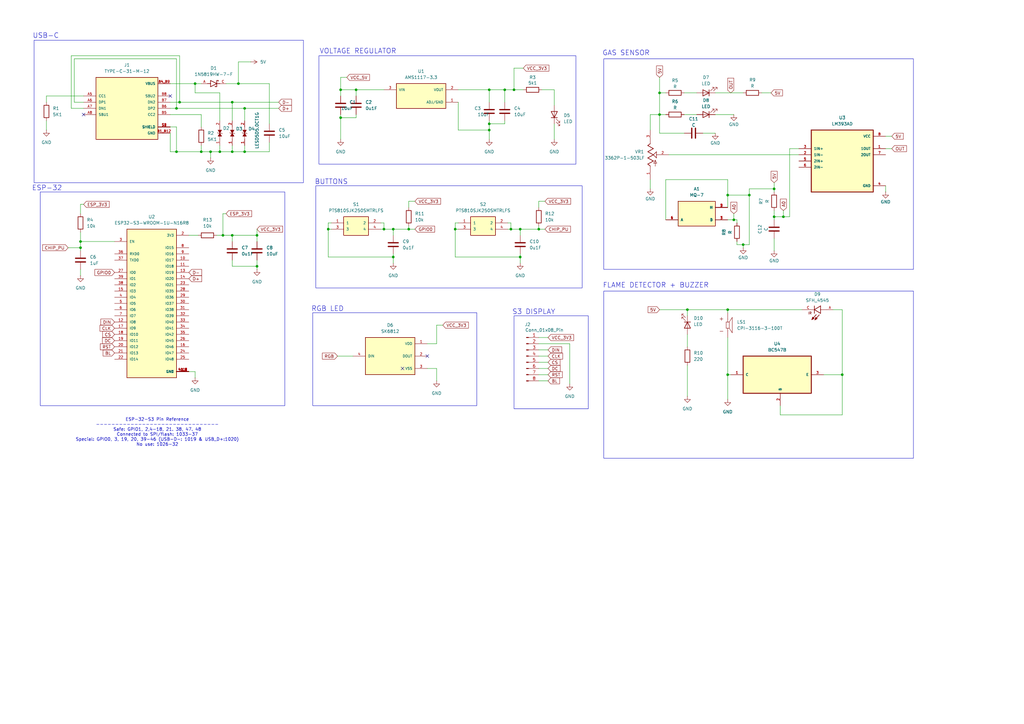
<source format=kicad_sch>
(kicad_sch (version 20250114) (generator "eeschema") (generator_version "9.0")
  (paper "A3")
  (rectangle (start 247.65 119.38) (end 374.65 187.96))
  (rectangle (start 210.82 129.54) (end 241.3 167.64))
  (rectangle (start 128.27 128.27) (end 195.58 166.37))
  (rectangle (start 16.51 78.74) (end 116.84 166.37))
  (rectangle (start 129.54 76.2) (end 238.76 118.11))
  (rectangle (start 247.65 24.13) (end 374.65 110.49))
  (rectangle (start 130.81 22.86) (end 236.22 67.31))
  (rectangle (start 13.97 16.51) (end 124.46 74.93))
  (text "FLAME DETECTOR + BUZZER" (at 268.986 117.094 0) (effects (font (size 2.032 2.032))))
  (text "ESP-32" (at 19.304 77.216 0) (effects (font (size 2.032 2.032))))
  (text "S3 DISPLAY" (at 218.948 128.016 0) (effects (font (size 2.032 2.032))))
  (text "RGB LED" (at 134.366 126.746 0) (effects (font (size 2.032 2.032))))
  (text "ESP-32-S3 Pin Reference\n--------------------------------\nSafe: GPIO1, 2,4-18, 21. 38, 47. 48\nConnected to SPI/flash: 1033-37\nSpecial: GPIO0, 3, 19, 20, 39-46 (USB-D-: 1019 & USB_D+:1020)\nNo use: 1026-32" (at 64.516 177.292 0) (effects (font (size 1.27 1.27))))
  (text "USB-C\n" (at 18.796 14.732 0) (effects (font (size 2.032 2.032))))
  (text "VOLTAGE REGULATOR" (at 146.812 21.082 0) (effects (font (size 2.032 2.032))))
  (text "GAS SENSOR" (at 256.794 21.844 0) (effects (font (size 2.032 2.032))))
  (text "BUTTONS" (at 135.89 74.676 0) (effects (font (size 2.032 2.032))))
  (junction (at 213.36 105.41))
  (junction (at 139.7 36.83))
  (junction (at 220.98 93.98))
  (junction (at 207.01 36.83))
  (junction (at 321.31 88.9))
  (junction (at 317.5 77.47))
  (junction (at 73.66 41.91))
  (junction (at 100.33 62.23))
  (junction (at 72.39 62.23))
  (junction (at 95.25 62.23))
  (junction (at 80.01 34.29))
  (junction (at 167.64 93.98))
  (junction (at 157.48 93.98))
  (junction (at 200.66 53.34))
  (junction (at 72.39 44.45))
  (junction (at 209.55 93.98))
  (junction (at 213.36 93.98))
  (junction (at 281.94 127))
  (junction (at 186.69 93.98))
  (junction (at 91.44 96.52))
  (junction (at 33.02 99.06))
  (junction (at 298.45 80.01))
  (junction (at 139.7 48.26))
  (junction (at 161.29 105.41))
  (junction (at 307.34 80.01))
  (junction (at 90.17 62.23))
  (junction (at 95.25 96.52))
  (junction (at 97.79 34.29))
  (junction (at 200.66 50.8))
  (junction (at 146.05 36.83))
  (junction (at 298.45 153.67))
  (junction (at 134.62 93.98))
  (junction (at 95.25 41.91))
  (junction (at 317.5 88.9))
  (junction (at 304.8 100.33))
  (junction (at 300.99 90.17))
  (junction (at 270.51 46.99))
  (junction (at 105.41 96.52))
  (junction (at 298.45 127))
  (junction (at 200.66 36.83))
  (junction (at 100.33 44.45))
  (junction (at 345.44 153.67))
  (junction (at 210.82 36.83))
  (junction (at 105.41 109.22))
  (junction (at 33.02 101.6))
  (junction (at 270.51 38.1))
  (junction (at 82.55 62.23))
  (junction (at 86.36 62.23))
  (junction (at 161.29 93.98))
  (no_connect (at 34.29 46.99))
  (no_connect (at 165.1 151.13))
  (no_connect (at 69.85 39.37))
  (no_connect (at 175.26 146.05))
  (wire (pts (xy 146.05 36.83) (xy 139.7 36.83)))
  (wire (pts (xy 273.05 73.66) (xy 298.45 73.66)))
  (wire (pts (xy 317.5 88.9) (xy 317.5 90.17)))
  (wire (pts (xy 345.44 127) (xy 345.44 153.67)))
  (wire (pts (xy 273.05 90.17) (xy 273.05 73.66)))
  (wire (pts (xy 302.26 99.06) (xy 302.26 100.33)))
  (wire (pts (xy 207.01 36.83) (xy 207.01 41.91)))
  (wire (pts (xy 321.31 86.36) (xy 321.31 88.9)))
  (wire (pts (xy 95.25 41.91) (xy 95.25 49.53)))
  (wire (pts (xy 233.68 140.97) (xy 233.68 157.48)))
  (wire (pts (xy 208.28 91.44) (xy 209.55 91.44)))
  (wire (pts (xy 80.01 152.4) (xy 80.01 154.94)))
  (wire (pts (xy 157.48 36.83) (xy 146.05 36.83)))
  (wire (pts (xy 29.21 22.86) (xy 73.66 22.86)))
  (wire (pts (xy 345.44 170.18) (xy 320.04 170.18)))
  (wire (pts (xy 91.44 96.52) (xy 95.25 96.52)))
  (wire (pts (xy 317.5 77.47) (xy 307.34 77.47)))
  (wire (pts (xy 69.85 34.29) (xy 80.01 34.29)))
  (wire (pts (xy 220.98 143.51) (xy 224.79 143.51)))
  (wire (pts (xy 157.48 93.98) (xy 161.29 93.98)))
  (wire (pts (xy 135.89 91.44) (xy 134.62 91.44)))
  (wire (pts (xy 298.45 73.66) (xy 298.45 80.01)))
  (wire (pts (xy 110.49 62.23) (xy 110.49 58.42)))
  (wire (pts (xy 200.66 49.53) (xy 200.66 50.8)))
  (wire (pts (xy 213.36 93.98) (xy 220.98 93.98)))
  (wire (pts (xy 266.7 73.66) (xy 266.7 77.47)))
  (wire (pts (xy 281.94 149.86) (xy 281.94 162.56)))
  (wire (pts (xy 29.21 44.45) (xy 34.29 44.45)))
  (wire (pts (xy 139.7 48.26) (xy 139.7 57.15)))
  (wire (pts (xy 280.67 54.61) (xy 270.51 54.61)))
  (wire (pts (xy 33.02 101.6) (xy 33.02 102.87)))
  (wire (pts (xy 307.34 80.01) (xy 307.34 100.33)))
  (wire (pts (xy 105.41 96.52) (xy 105.41 99.06)))
  (wire (pts (xy 281.94 127) (xy 281.94 129.54)))
  (wire (pts (xy 298.45 128.27) (xy 298.45 127)))
  (wire (pts (xy 298.45 127) (xy 328.93 127)))
  (wire (pts (xy 69.85 52.07) (xy 72.39 52.07)))
  (wire (pts (xy 33.02 83.82) (xy 33.02 87.63)))
  (wire (pts (xy 200.66 50.8) (xy 200.66 53.34)))
  (wire (pts (xy 270.51 127) (xy 281.94 127)))
  (wire (pts (xy 187.96 36.83) (xy 200.66 36.83)))
  (wire (pts (xy 77.47 96.52) (xy 81.28 96.52)))
  (wire (pts (xy 105.41 106.68) (xy 105.41 109.22)))
  (wire (pts (xy 80.01 38.1) (xy 80.01 34.29)))
  (wire (pts (xy 270.51 31.75) (xy 270.51 38.1)))
  (wire (pts (xy 82.55 62.23) (xy 72.39 62.23)))
  (wire (pts (xy 175.26 140.97) (xy 179.07 140.97)))
  (wire (pts (xy 100.33 62.23) (xy 110.49 62.23)))
  (wire (pts (xy 139.7 31.75) (xy 142.24 31.75)))
  (wire (pts (xy 280.67 46.99) (xy 285.75 46.99)))
  (wire (pts (xy 27.94 101.6) (xy 33.02 101.6)))
  (wire (pts (xy 187.96 41.91) (xy 187.96 53.34)))
  (wire (pts (xy 288.29 54.61) (xy 293.37 54.61)))
  (wire (pts (xy 19.05 49.53) (xy 19.05 53.34)))
  (wire (pts (xy 82.55 46.99) (xy 69.85 46.99)))
  (wire (pts (xy 298.45 153.67) (xy 299.72 153.67)))
  (wire (pts (xy 208.28 93.98) (xy 209.55 93.98)))
  (wire (pts (xy 280.67 38.1) (xy 285.75 38.1)))
  (wire (pts (xy 91.44 96.52) (xy 91.44 87.63)))
  (wire (pts (xy 213.36 105.41) (xy 186.69 105.41)))
  (wire (pts (xy 161.29 93.98) (xy 161.29 96.52)))
  (wire (pts (xy 220.98 93.98) (xy 223.52 93.98)))
  (wire (pts (xy 273.05 38.1) (xy 270.51 38.1)))
  (wire (pts (xy 345.44 127) (xy 341.63 127)))
  (wire (pts (xy 220.98 140.97) (xy 233.68 140.97)))
  (wire (pts (xy 220.98 146.05) (xy 224.79 146.05)))
  (wire (pts (xy 167.64 93.98) (xy 170.18 93.98)))
  (wire (pts (xy 293.37 38.1) (xy 304.8 38.1)))
  (wire (pts (xy 33.02 83.82) (xy 34.29 83.82)))
  (wire (pts (xy 210.82 36.83) (xy 210.82 27.94)))
  (wire (pts (xy 73.66 41.91) (xy 95.25 41.91)))
  (wire (pts (xy 200.66 50.8) (xy 207.01 50.8)))
  (wire (pts (xy 293.37 46.99) (xy 300.99 46.99)))
  (wire (pts (xy 110.49 50.8) (xy 110.49 34.29)))
  (wire (pts (xy 274.32 63.5) (xy 327.66 63.5)))
  (wire (pts (xy 97.79 34.29) (xy 97.79 25.4)))
  (wire (pts (xy 139.7 46.99) (xy 139.7 48.26)))
  (wire (pts (xy 321.31 88.9) (xy 317.5 88.9)))
  (wire (pts (xy 270.51 46.99) (xy 273.05 46.99)))
  (wire (pts (xy 363.22 60.96) (xy 365.76 60.96)))
  (wire (pts (xy 179.07 151.13) (xy 179.07 156.21)))
  (wire (pts (xy 304.8 100.33) (xy 304.8 101.6)))
  (wire (pts (xy 95.25 59.69) (xy 95.25 62.23)))
  (wire (pts (xy 95.25 62.23) (xy 100.33 62.23)))
  (wire (pts (xy 220.98 151.13) (xy 224.79 151.13)))
  (wire (pts (xy 69.85 54.61) (xy 69.85 62.23)))
  (wire (pts (xy 209.55 91.44) (xy 209.55 93.98)))
  (wire (pts (xy 220.98 82.55) (xy 223.52 82.55)))
  (wire (pts (xy 167.64 93.98) (xy 167.64 92.71)))
  (wire (pts (xy 72.39 24.13) (xy 30.48 24.13)))
  (wire (pts (xy 220.98 93.98) (xy 220.98 92.71)))
  (wire (pts (xy 80.01 34.29) (xy 82.55 34.29)))
  (wire (pts (xy 33.02 110.49) (xy 33.02 113.03)))
  (wire (pts (xy 281.94 127) (xy 298.45 127)))
  (wire (pts (xy 146.05 36.83) (xy 146.05 39.37)))
  (wire (pts (xy 304.8 100.33) (xy 307.34 100.33)))
  (wire (pts (xy 320.04 170.18) (xy 320.04 166.37)))
  (wire (pts (xy 270.51 54.61) (xy 270.51 46.99)))
  (wire (pts (xy 72.39 52.07) (xy 72.39 62.23)))
  (wire (pts (xy 220.98 138.43) (xy 224.79 138.43)))
  (wire (pts (xy 210.82 36.83) (xy 214.63 36.83)))
  (wire (pts (xy 317.5 74.93) (xy 317.5 77.47)))
  (wire (pts (xy 266.7 53.34) (xy 266.7 46.99)))
  (wire (pts (xy 95.25 96.52) (xy 95.25 99.06)))
  (wire (pts (xy 134.62 93.98) (xy 134.62 105.41)))
  (wire (pts (xy 209.55 93.98) (xy 213.36 93.98)))
  (wire (pts (xy 207.01 49.53) (xy 207.01 50.8)))
  (wire (pts (xy 298.45 90.17) (xy 300.99 90.17)))
  (wire (pts (xy 220.98 85.09) (xy 220.98 82.55)))
  (wire (pts (xy 73.66 22.86) (xy 73.66 41.91)))
  (wire (pts (xy 156.21 91.44) (xy 157.48 91.44)))
  (wire (pts (xy 19.05 39.37) (xy 19.05 41.91)))
  (wire (pts (xy 34.29 39.37) (xy 19.05 39.37)))
  (wire (pts (xy 186.69 105.41) (xy 186.69 93.98)))
  (wire (pts (xy 167.64 85.09) (xy 167.64 82.55)))
  (wire (pts (xy 302.26 100.33) (xy 304.8 100.33)))
  (wire (pts (xy 88.9 96.52) (xy 91.44 96.52)))
  (wire (pts (xy 227.33 36.83) (xy 227.33 43.18)))
  (wire (pts (xy 110.49 34.29) (xy 97.79 34.29)))
  (wire (pts (xy 312.42 38.1) (xy 316.23 38.1)))
  (wire (pts (xy 323.85 88.9) (xy 321.31 88.9)))
  (wire (pts (xy 179.07 133.35) (xy 181.61 133.35)))
  (wire (pts (xy 139.7 36.83) (xy 139.7 39.37)))
  (wire (pts (xy 139.7 36.83) (xy 139.7 31.75)))
  (wire (pts (xy 187.96 53.34) (xy 200.66 53.34)))
  (wire (pts (xy 77.47 152.4) (xy 80.01 152.4)))
  (wire (pts (xy 213.36 93.98) (xy 213.36 96.52)))
  (wire (pts (xy 82.55 59.69) (xy 82.55 62.23)))
  (wire (pts (xy 138.43 146.05) (xy 144.78 146.05)))
  (wire (pts (xy 298.45 80.01) (xy 298.45 85.09)))
  (wire (pts (xy 95.25 41.91) (xy 114.3 41.91)))
  (wire (pts (xy 95.25 96.52) (xy 105.41 96.52)))
  (wire (pts (xy 220.98 153.67) (xy 224.79 153.67)))
  (wire (pts (xy 266.7 46.99) (xy 270.51 46.99)))
  (wire (pts (xy 30.48 24.13) (xy 30.48 41.91)))
  (wire (pts (xy 86.36 62.23) (xy 86.36 64.77)))
  (wire (pts (xy 220.98 148.59) (xy 224.79 148.59)))
  (wire (pts (xy 100.33 62.23) (xy 100.33 59.69)))
  (wire (pts (xy 317.5 86.36) (xy 317.5 88.9)))
  (wire (pts (xy 200.66 53.34) (xy 200.66 57.15)))
  (wire (pts (xy 105.41 109.22) (xy 105.41 110.49)))
  (wire (pts (xy 86.36 62.23) (xy 90.17 62.23)))
  (wire (pts (xy 69.85 41.91) (xy 73.66 41.91)))
  (wire (pts (xy 30.48 41.91) (xy 34.29 41.91)))
  (wire (pts (xy 161.29 105.41) (xy 161.29 107.95)))
  (wire (pts (xy 220.98 156.21) (xy 224.79 156.21)))
  (wire (pts (xy 175.26 151.13) (xy 179.07 151.13)))
  (wire (pts (xy 95.25 106.68) (xy 95.25 109.22)))
  (wire (pts (xy 270.51 38.1) (xy 270.51 46.99)))
  (wire (pts (xy 29.21 44.45) (xy 29.21 22.86)))
  (wire (pts (xy 134.62 93.98) (xy 135.89 93.98)))
  (wire (pts (xy 307.34 80.01) (xy 307.34 77.47)))
  (wire (pts (xy 222.25 36.83) (xy 227.33 36.83)))
  (wire (pts (xy 281.94 137.16) (xy 281.94 142.24)))
  (wire (pts (xy 100.33 44.45) (xy 114.3 44.45)))
  (wire (pts (xy 300.99 87.63) (xy 300.99 90.17)))
  (wire (pts (xy 298.45 138.43) (xy 298.45 153.67)))
  (wire (pts (xy 363.22 55.88) (xy 365.76 55.88)))
  (wire (pts (xy 213.36 105.41) (xy 213.36 107.95)))
  (wire (pts (xy 186.69 93.98) (xy 187.96 93.98)))
  (wire (pts (xy 82.55 62.23) (xy 86.36 62.23)))
  (wire (pts (xy 33.02 99.06) (xy 33.02 95.25)))
  (wire (pts (xy 46.99 99.06) (xy 33.02 99.06)))
  (wire (pts (xy 97.79 25.4) (xy 102.87 25.4)))
  (wire (pts (xy 210.82 27.94) (xy 214.63 27.94)))
  (wire (pts (xy 302.26 90.17) (xy 302.26 91.44)))
  (wire (pts (xy 187.96 91.44) (xy 186.69 91.44)))
  (wire (pts (xy 207.01 36.83) (xy 210.82 36.83)))
  (wire (pts (xy 105.41 93.98) (xy 105.41 96.52)))
  (wire (pts (xy 72.39 44.45) (xy 72.39 24.13)))
  (wire (pts (xy 90.17 62.23) (xy 95.25 62.23)))
  (wire (pts (xy 213.36 104.14) (xy 213.36 105.41)))
  (wire (pts (xy 227.33 50.8) (xy 227.33 57.15)))
  (wire (pts (xy 317.5 77.47) (xy 317.5 78.74)))
  (wire (pts (xy 146.05 48.26) (xy 139.7 48.26)))
  (wire (pts (xy 157.48 91.44) (xy 157.48 93.98)))
  (wire (pts (xy 90.17 49.53) (xy 90.17 38.1)))
  (wire (pts (xy 186.69 91.44) (xy 186.69 93.98)))
  (wire (pts (xy 146.05 46.99) (xy 146.05 48.26)))
  (wire (pts (xy 72.39 44.45) (xy 100.33 44.45)))
  (wire (pts (xy 69.85 62.23) (xy 72.39 62.23)))
  (wire (pts (xy 323.85 60.96) (xy 323.85 88.9)))
  (wire (pts (xy 298.45 153.67) (xy 298.45 163.83)))
  (wire (pts (xy 134.62 105.41) (xy 161.29 105.41)))
  (wire (pts (xy 167.64 82.55) (xy 170.18 82.55)))
  (wire (pts (xy 82.55 52.07) (xy 82.55 46.99)))
  (wire (pts (xy 69.85 44.45) (xy 72.39 44.45)))
  (wire (pts (xy 363.22 76.2) (xy 363.22 78.74)))
  (wire (pts (xy 298.45 80.01) (xy 307.34 80.01)))
  (wire (pts (xy 90.17 38.1) (xy 80.01 38.1)))
  (wire (pts (xy 200.66 36.83) (xy 207.01 36.83)))
  (wire (pts (xy 134.62 91.44) (xy 134.62 93.98)))
  (wire (pts (xy 200.66 36.83) (xy 200.66 41.91)))
  (wire (pts (xy 90.17 59.69) (xy 90.17 62.23)))
  (wire (pts (xy 92.71 34.29) (xy 97.79 34.29)))
  (wire (pts (xy 337.82 153.67) (xy 345.44 153.67)))
  (wire (pts (xy 161.29 105.41) (xy 161.29 104.14)))
  (wire (pts (xy 100.33 44.45) (xy 100.33 49.53)))
  (wire (pts (xy 345.44 153.67) (xy 345.44 170.18)))
  (wire (pts (xy 156.21 93.98) (xy 157.48 93.98)))
  (wire (pts (xy 95.25 109.22) (xy 105.41 109.22)))
  (wire (pts (xy 91.44 87.63) (xy 92.71 87.63)))
  (wire (pts (xy 327.66 60.96) (xy 323.85 60.96)))
  (wire (pts (xy 300.99 90.17) (xy 302.26 90.17)))
  (wire (pts (xy 179.07 140.97) (xy 179.07 133.35)))
  (wire (pts (xy 33.02 99.06) (xy 33.02 101.6)))
  (wire (pts (xy 161.29 93.98) (xy 167.64 93.98)))
  (wire (pts (xy 317.5 97.79) (xy 317.5 102.87)))
  (global_label "5V" (shape input) (at 316.23 38.1 0) (property "Intersheetrefs" "${INTERSHEET_REFS}" (effects (hide yes))))
  (global_label "RST" (shape input) (at 224.79 153.67 0) (property "Intersheetrefs" "${INTERSHEET_REFS}" (effects (hide yes))))
  (global_label "VCC_3V3" (shape input) (at 223.52 82.55 0) (property "Intersheetrefs" "${INTERSHEET_REFS}" (effects (hide yes))))
  (global_label "CLK" (shape input) (at 46.99 134.62 180) (property "Intersheetrefs" "${INTERSHEET_REFS}" (effects (hide yes))))
  (global_label "DC" (shape input) (at 224.79 151.13 0) (property "Intersheetrefs" "${INTERSHEET_REFS}" (effects (hide yes))))
  (global_label "ESP_3V3" (shape input) (at 92.71 87.63 0) (property "Intersheetrefs" "${INTERSHEET_REFS}" (effects (hide yes))))
  (global_label "RST" (shape input) (at 46.99 142.24 180) (property "Intersheetrefs" "${INTERSHEET_REFS}" (effects (hide yes))))
  (global_label "CS" (shape input) (at 46.99 137.16 180) (property "Intersheetrefs" "${INTERSHEET_REFS}" (effects (hide yes))))
  (global_label "GPIO0" (shape input) (at 170.18 93.98 0) (property "Intersheetrefs" "${INTERSHEET_REFS}" (effects (hide yes))))
  (global_label "CLK" (shape input) (at 224.79 146.05 0) (property "Intersheetrefs" "${INTERSHEET_REFS}" (effects (hide yes))))
  (global_label "D+" (shape input) (at 77.47 114.3 0) (property "Intersheetrefs" "${INTERSHEET_REFS}" (effects (hide yes))))
  (global_label "BL" (shape input) (at 224.79 156.21 0) (property "Intersheetrefs" "${INTERSHEET_REFS}" (effects (hide yes))))
  (global_label "5V" (shape input) (at 365.76 55.88 0) (property "Intersheetrefs" "${INTERSHEET_REFS}" (effects (hide yes))))
  (global_label "D+" (shape input) (at 114.3 44.45 0) (property "Intersheetrefs" "${INTERSHEET_REFS}" (effects (hide yes))))
  (global_label "5V" (shape input) (at 270.51 31.75 90) (property "Intersheetrefs" "${INTERSHEET_REFS}" (effects (hide yes))))
  (global_label "VCC_3V3" (shape input) (at 105.41 93.98 0) (property "Intersheetrefs" "${INTERSHEET_REFS}" (effects (hide yes))))
  (global_label "5V" (shape input) (at 317.5 74.93 90) (property "Intersheetrefs" "${INTERSHEET_REFS}" (effects (hide yes))))
  (global_label "DIN" (shape input) (at 46.99 132.08 180) (property "Intersheetrefs" "${INTERSHEET_REFS}" (effects (hide yes))))
  (global_label "VCC_3V3" (shape input) (at 170.18 82.55 0) (property "Intersheetrefs" "${INTERSHEET_REFS}" (effects (hide yes))))
  (global_label "VCC_3V3" (shape input) (at 181.61 133.35 0) (property "Intersheetrefs" "${INTERSHEET_REFS}" (effects (hide yes))))
  (global_label "A0" (shape input) (at 321.31 86.36 90) (property "Intersheetrefs" "${INTERSHEET_REFS}" (effects (hide yes))))
  (global_label "RGB" (shape input) (at 138.43 146.05 180) (property "Intersheetrefs" "${INTERSHEET_REFS}" (effects (hide yes))))
  (global_label "A0" (shape input) (at 300.99 87.63 90) (property "Intersheetrefs" "${INTERSHEET_REFS}" (effects (hide yes))))
  (global_label "DIN" (shape input) (at 224.79 143.51 0) (property "Intersheetrefs" "${INTERSHEET_REFS}" (effects (hide yes))))
  (global_label "OUT" (shape input) (at 365.76 60.96 0) (property "Intersheetrefs" "${INTERSHEET_REFS}" (effects (hide yes))))
  (global_label "CS" (shape input) (at 224.79 148.59 0) (property "Intersheetrefs" "${INTERSHEET_REFS}" (effects (hide yes))))
  (global_label "ESP_3V3" (shape input) (at 34.29 83.82 0) (property "Intersheetrefs" "${INTERSHEET_REFS}" (effects (hide yes))))
  (global_label "BL" (shape input) (at 46.99 144.78 180) (property "Intersheetrefs" "${INTERSHEET_REFS}" (effects (hide yes))))
  (global_label "GPIO0" (shape input) (at 46.99 111.76 180) (property "Intersheetrefs" "${INTERSHEET_REFS}" (effects (hide yes))))
  (global_label "DC" (shape input) (at 46.99 139.7 180) (property "Intersheetrefs" "${INTERSHEET_REFS}" (effects (hide yes))))
  (global_label "D-" (shape input) (at 114.3 41.91 0) (property "Intersheetrefs" "${INTERSHEET_REFS}" (effects (hide yes))))
  (global_label "5V" (shape input) (at 270.51 127 180) (property "Intersheetrefs" "${INTERSHEET_REFS}" (effects (hide yes))))
  (global_label "VCC_3V3" (shape input) (at 224.79 138.43 0) (property "Intersheetrefs" "${INTERSHEET_REFS}" (effects (hide yes))))
  (global_label "CHIP_PU" (shape input) (at 27.94 101.6 180) (property "Intersheetrefs" "${INTERSHEET_REFS}" (effects (hide yes))))
  (global_label "OUT" (shape input) (at 299.72 38.1 90) (property "Intersheetrefs" "${INTERSHEET_REFS}" (effects (hide yes))))
  (global_label "VCC_5V" (shape input) (at 142.24 31.75 0) (property "Intersheetrefs" "${INTERSHEET_REFS}" (effects (hide yes))))
  (global_label "VCC_3V3" (shape input) (at 214.63 27.94 0) (property "Intersheetrefs" "${INTERSHEET_REFS}" (effects (hide yes))))
  (global_label "D-" (shape input) (at 77.47 111.76 0) (property "Intersheetrefs" "${INTERSHEET_REFS}" (effects (hide yes))))
  (global_label "CHIP_PU" (shape input) (at 223.52 93.98 0) (property "Intersheetrefs" "${INTERSHEET_REFS}" (effects (hide yes))))
  (symbol (lib_id "Device:LED") (at 227.33 46.99 90) (unit 1)
    (property "Reference" "D5" (at 231.14 47.3074 90) (effects (justify right)))
    (property "Value" "LED" (at 231.14 49.8474 90) (effects (justify right)))
    (property "Footprint" "LED_SMD:LED_0805_2012Metric" (effects (hide yes)))
    (property "Description" "Light emitting diode" (effects (hide yes)))
    (property "Sim.Pins" "1=K 2=A" (effects (hide yes)))
  )
  (symbol (lib_id "power:GND") (at 317.5 102.87 0) (unit 1)
    (property "Reference" "#PWR018" (effects (hide yes)))
    (property "Value" "GND" (at 317.5 106.934 0))
    (property "Description" "Power symbol creates a global label with name \"GND\" , ground" (effects (hide yes)))
  )
  (symbol (lib_id "power:GND") (at 304.8 101.6 0) (unit 1)
    (property "Reference" "#PWR015" (effects (hide yes)))
    (property "Value" "GND" (at 304.8 105.664 0))
    (property "Description" "Power symbol creates a global label with name \"GND\" , ground" (effects (hide yes)))
  )
  (symbol (lib_id "Device:C") (at 317.5 93.98 180) (unit 1)
    (property "Reference" "C12" (at 311.658 93.98 90))
    (property "Value" "C" (at 314.198 93.98 90))
    (property "Footprint" "Capacitor_SMD:C_1206_3216Metric_Pad1.33x1.80mm_HandSolder" (effects (hide yes)))
    (property "Description" "Unpolarized capacitor" (effects (hide yes)))
  )
  (symbol (lib_id "Device:R") (at 220.98 88.9 0) (unit 1)
    (property "Reference" "R12" (at 223.52 87.6299 0) (effects (justify left)))
    (property "Value" "10k" (at 223.52 90.1699 0) (effects (justify left)))
    (property "Footprint" "Resistor_SMD:R_0805_2012Metric_Pad1.20x1.40mm_HandSolder" (effects (hide yes)))
    (property "Description" "Resistor" (effects (hide yes)))
  )
  (symbol (lib_id "Connector:Conn_01x08_Pin") (at 215.9 146.05 0) (unit 1)
    (property "Reference" "J2" (at 216.408 133.096 0))
    (property "Value" "Conn_01x08_Pin" (at 223.266 135.382 0))
    (property "Footprint" "Connector_PinHeader_2.54mm:PinHeader_1x08_P2.54mm_Vertical" (effects (hide yes)))
    (property "Description" "Generic connector, single row, 01x08, script generated" (effects (hide yes)))
  )
  (symbol (lib_id "LESD5D5.0CT1G:LESD5D5.0CT1G") (at 100.33 54.61 90) (unit 1)
    (property "Reference" "D4" (at 101.854 52.832 90) (effects (justify right)))
    (property "Value" "LESD5D5.0CT1G" (at 105.41 45.974 0) (effects (justify right)))
    (property "Footprint" "Downloaded_from_internet:TVS_LESD5D5.0CT1G" (effects (hide yes)))
    (property "MF" "Leshan Radio Co." (effects (hide yes)))
    (property "MAXIMUM_PACKAGE_HEIGHT" "0.7 mm" (effects (hide yes)))
    (property "Package" "None" (effects (hide yes)))
    (property "Price" "None" (effects (hide yes)))
    (property "Check_prices" "https://www.snapeda.com/parts/LESD5D5.0CT1G/Leshan+Radio/view-part/?ref=eda" (effects (hide yes)))
    (property "STANDARD" "Manufacturer Recommendations" (effects (hide yes)))
    (property "PARTREV" "O" (effects (hide yes)))
    (property "SnapEDA_Link" "https://www.snapeda.com/parts/LESD5D5.0CT1G/Leshan+Radio/view-part/?ref=snap" (effects (hide yes)))
    (property "MP" "LESD5D5.0CT1G" (effects (hide yes)))
    (property "Description_1" "Transient Voltage Suppressors for ESD Protection" (effects (hide yes)))
    (property "Availability" "In Stock" (effects (hide yes)))
    (property "MANUFACTURER" "LRC" (effects (hide yes)))
  )
  (symbol (lib_id "Device:R") (at 85.09 96.52 90) (unit 1)
    (property "Reference" "R13" (at 85.09 90.17 90))
    (property "Value" "10k" (at 85.09 92.71 90))
    (property "Footprint" "Resistor_SMD:R_0805_2012Metric_Pad1.20x1.40mm_HandSolder" (effects (hide yes)))
    (property "Description" "Resistor" (effects (hide yes)))
  )
  (symbol (lib_id "power:GND") (at 266.7 77.47 0) (unit 1)
    (property "Reference" "#PWR020" (effects (hide yes)))
    (property "Value" "GND" (at 266.7 81.534 0))
    (property "Description" "Power symbol creates a global label with name \"GND\" , ground" (effects (hide yes)))
  )
  (symbol (lib_id "power:GND") (at 86.36 64.77 0) (unit 1)
    (property "Reference" "#PWR02" (effects (hide yes)))
    (property "Value" "GND" (at 86.36 69.85 0))
    (property "Description" "Power symbol creates a global label with name \"GND\" , ground" (effects (hide yes)))
  )
  (symbol (lib_id "power:GND") (at 80.01 154.94 0) (unit 1)
    (property "Reference" "#PWR09" (effects (hide yes)))
    (property "Value" "GND" (at 80.01 160.02 0))
    (property "Description" "Power symbol creates a global label with name \"GND\" , ground" (effects (hide yes)))
  )
  (symbol (lib_id "Device:C") (at 105.41 102.87 0) (unit 1)
    (property "Reference" "C8" (at 109.22 101.5999 0) (effects (justify left)))
    (property "Value" "10uF" (at 109.22 104.1399 0) (effects (justify left)))
    (property "Footprint" "Capacitor_SMD:C_0805_2012Metric_Pad1.18x1.45mm_HandSolder" (effects (hide yes)))
    (property "Description" "Unpolarized capacitor" (effects (hide yes)))
  )
  (symbol (lib_id "Device:R") (at 281.94 146.05 180) (unit 1)
    (property "Reference" "R10" (at 284.48 144.7799 0) (effects (justify right)))
    (property "Value" "220" (at 284.48 147.3199 0) (effects (justify right)))
    (property "Footprint" "Resistor_SMD:R_1206_3216Metric_Pad1.30x1.75mm_HandSolder" (effects (hide yes)))
    (property "Description" "Resistor" (effects (hide yes)))
  )
  (symbol (lib_id "power:GND") (at 298.45 163.83 0) (unit 1)
    (property "Reference" "#PWR021" (effects (hide yes)))
    (property "Value" "GND" (at 298.45 168.91 0))
    (property "Description" "Power symbol creates a global label with name \"GND\" , ground" (effects (hide yes)))
  )
  (symbol (lib_id "Device:R") (at 33.02 91.44 0) (unit 1)
    (property "Reference" "R4" (at 35.56 90.1699 0) (effects (justify left)))
    (property "Value" "10k" (at 35.56 92.7099 0) (effects (justify left)))
    (property "Footprint" "Resistor_SMD:R_0805_2012Metric_Pad1.20x1.40mm_HandSolder" (effects (hide yes)))
    (property "Description" "Resistor" (effects (hide yes)))
  )
  (symbol (lib_id "AMS1117-3.3:AMS1117-3.3") (at 172.72 39.37 0) (unit 1)
    (property "Reference" "U1" (at 172.72 29.21 0))
    (property "Value" "AMS1117-3.3" (at 172.72 31.75 0))
    (property "Footprint" "Downloaded_from_internet:SOT229P700X180-4N" (effects (hide yes)))
    (property "MF" "UMW" (effects (hide yes)))
    (property "Description_1" "Linear Voltage Regulator IC Positive Fixed 1 Output 1A SOT-223-3L" (effects (hide yes)))
    (property "PACKAGE" "SOT-223 ams" (effects (hide yes)))
    (property "PRICE" "None" (effects (hide yes)))
    (property "Package" "SOT-223-3L UMW" (effects (hide yes)))
    (property "Check_prices" "https://www.snapeda.com/parts/AMS1117-3.3/UMW/view-part/?ref=eda" (effects (hide yes)))
    (property "STANDARD" "IPC-7351B" (effects (hide yes)))
    (property "PARTREV" "NA" (effects (hide yes)))
    (property "SnapEDA_Link" "https://www.snapeda.com/parts/AMS1117-3.3/UMW/view-part/?ref=snap" (effects (hide yes)))
    (property "MP" "AMS1117-3.3" (effects (hide yes)))
    (property "Price" "None" (effects (hide yes)))
    (property "Availability" "In Stock" (effects (hide yes)))
    (property "AVAILABILITY" "Unavailable" (effects (hide yes)))
    (property "MANUFACTURER" "Advanced Mololithic Systems" (effects (hide yes)))
  )
  (symbol (lib_id "SK6812:SK6812") (at 160.02 146.05 0) (unit 1)
    (property "Reference" "D6" (at 160.02 133.35 0))
    (property "Value" "SK6812" (at 160.02 135.89 0))
    (property "Footprint" "Downloaded_from_internet:LED_SK6812" (effects (hide yes)))
    (property "MF" "Normand Electronics" (effects (hide yes)))
    (property "MAXIMUM_PACKAGE_HEIGHT" "1.7 mm" (effects (hide yes)))
    (property "Package" "None" (effects (hide yes)))
    (property "Price" "None" (effects (hide yes)))
    (property "Check_prices" "https://www.snapeda.com/parts/SK6812/Normand/view-part/?ref=eda" (effects (hide yes)))
    (property "STANDARD" "Manufacturer Recommendations" (effects (hide yes)))
    (property "PARTREV" "03" (effects (hide yes)))
    (property "SnapEDA_Link" "https://www.snapeda.com/parts/SK6812/Normand/view-part/?ref=snap" (effects (hide yes)))
    (property "MP" "SK6812" (effects (hide yes)))
    (property "Description_1" "5.4x5.0x1.6 mm 0.2W Intelligent external control surface mount SMD LED (MSL:5a)" (effects (hide yes)))
    (property "Availability" "Not in stock" (effects (hide yes)))
    (property "MANUFACTURER" "Shenzhen LED Color" (effects (hide yes)))
  )
  (symbol (lib_id "Device:LED") (at 289.56 46.99 180) (unit 1)
    (property "Reference" "D8" (at 289.56 41.148 0))
    (property "Value" "LED" (at 289.56 43.688 0))
    (property "Footprint" "LED_SMD:LED_1206_3216Metric_Pad1.42x1.75mm_HandSolder" (effects (hide yes)))
    (property "Description" "Light emitting diode" (effects (hide yes)))
    (property "Sim.Pins" "1=K 2=A" (effects (hide yes)))
  )
  (symbol (lib_id "Device:R") (at 302.26 95.25 180) (unit 1)
    (property "Reference" "R8" (at 296.926 95.25 90))
    (property "Value" "R" (at 299.466 95.25 90))
    (property "Footprint" "Resistor_SMD:R_1206_3216Metric_Pad1.30x1.75mm_HandSolder" (effects (hide yes)))
    (property "Description" "Resistor" (effects (hide yes)))
  )
  (symbol (lib_id "Device:R") (at 82.55 55.88 0) (unit 1)
    (property "Reference" "R2" (at 85.09 54.6099 0) (effects (justify left)))
    (property "Value" "5K1" (at 85.09 57.1499 0) (effects (justify left)))
    (property "Footprint" "Resistor_SMD:R_0805_2012Metric_Pad1.20x1.40mm_HandSolder" (effects (hide yes)))
    (property "Description" "Resistor" (effects (hide yes)))
  )
  (symbol (lib_id "LESD5D5.0CT1G:LESD5D5.0CT1G") (at 95.25 54.61 90) (unit 1)
    (property "Reference" "D3" (at 96.774 52.832 90) (effects (justify right)))
    (property "Value" "LESD5D5.0CT1G" (effects (hide yes)))
    (property "Footprint" "Downloaded_from_internet:TVS_LESD5D5.0CT1G" (effects (hide yes)))
    (property "MF" "Leshan Radio Co." (effects (hide yes)))
    (property "MAXIMUM_PACKAGE_HEIGHT" "0.7 mm" (effects (hide yes)))
    (property "Package" "None" (effects (hide yes)))
    (property "Price" "None" (effects (hide yes)))
    (property "Check_prices" "https://www.snapeda.com/parts/LESD5D5.0CT1G/Leshan+Radio/view-part/?ref=eda" (effects (hide yes)))
    (property "STANDARD" "Manufacturer Recommendations" (effects (hide yes)))
    (property "PARTREV" "O" (effects (hide yes)))
    (property "SnapEDA_Link" "https://www.snapeda.com/parts/LESD5D5.0CT1G/Leshan+Radio/view-part/?ref=snap" (effects (hide yes)))
    (property "MP" "LESD5D5.0CT1G" (effects (hide yes)))
    (property "Description_1" "Transient Voltage Suppressors for ESD Protection" (effects (hide yes)))
    (property "Availability" "In Stock" (effects (hide yes)))
    (property "MANUFACTURER" "LRC" (effects (hide yes)))
  )
  (symbol (lib_id "Device:C") (at 146.05 43.18 0) (unit 1)
    (property "Reference" "C2" (at 149.86 41.9099 0) (effects (justify left)))
    (property "Value" "0u1F" (at 149.86 44.4499 0) (effects (justify left)))
    (property "Footprint" "Capacitor_SMD:C_0805_2012Metric_Pad1.18x1.45mm_HandSolder" (effects (hide yes)))
    (property "Description" "Unpolarized capacitor" (effects (hide yes)))
  )
  (symbol (lib_id "LESD5D5.0CT1G:LESD5D5.0CT1G") (at 90.17 54.61 90) (unit 1)
    (property "Reference" "D2" (at 91.44 52.578 90) (effects (justify right)))
    (property "Value" "LESD5D5.0CT1G" (effects (hide yes)))
    (property "Footprint" "Downloaded_from_internet:TVS_LESD5D5.0CT1G" (effects (hide yes)))
    (property "MF" "Leshan Radio Co." (effects (hide yes)))
    (property "MAXIMUM_PACKAGE_HEIGHT" "0.7 mm" (effects (hide yes)))
    (property "Package" "None" (effects (hide yes)))
    (property "Price" "None" (effects (hide yes)))
    (property "Check_prices" "https://www.snapeda.com/parts/LESD5D5.0CT1G/Leshan+Radio/view-part/?ref=eda" (effects (hide yes)))
    (property "STANDARD" "Manufacturer Recommendations" (effects (hide yes)))
    (property "PARTREV" "O" (effects (hide yes)))
    (property "SnapEDA_Link" "https://www.snapeda.com/parts/LESD5D5.0CT1G/Leshan+Radio/view-part/?ref=snap" (effects (hide yes)))
    (property "MP" "LESD5D5.0CT1G" (effects (hide yes)))
    (property "Description_1" "Transient Voltage Suppressors for ESD Protection" (effects (hide yes)))
    (property "Availability" "In Stock" (effects (hide yes)))
    (property "MANUFACTURER" "LRC" (effects (hide yes)))
  )
  (symbol (lib_id "3362P-1-503LF:3362P-1-503LF") (at 266.7 63.5 90) (unit 1)
    (property "Reference" "VR1" (at 264.16 62.2299 90) (effects (justify left)))
    (property "Value" "3362P-1-503LF" (at 264.414 64.77 90) (effects (justify left)))
    (property "Footprint" "3362P-1-503LF:TRIM_3362P-1-503LF" (effects (hide yes)))
    (property "MF" "Bourns" (effects (hide yes)))
    (property "Description_1" "\\n                        \\n                            TRIMMER, 50K; Track Resistance:50kohm; No. of Turns:1Turns; Potentiometer Mounting:Through Hole; Product Range:Trimpot 3362 Series; Power Rating:500mW; Resistance Tolerance:± 10%; Temperature Coefficient:± 100ppm/°C; Automotive Qualification Standard:-; MSL:-; SVHC:Lead (15-Jan-2019); Adjustment Type:Screwdriver Slot; Contact Resistance Variation +:1%; End Resistance:500ohm; External Length / Height:4.7mm; Full Power Rating Temperature:70°C; Lead Diameter:0.46mm; Operating Temperature Max:125°C; Operating Temperature Min:-55°C; Operating Temperature Range:-55°C to +125°C; Proof Voltage:900V; Resistance:50kohm; Resistor Element Material:Cermet; Rotation Mechanical Angle:240°; Temperature Coeff. +:100ppm/°C; Temperature Coeff. -:100ppm/°C; Tolerance +:10%; Tolerance -:10%; Track Taper:Linear; Voltage Rating:300V; Voltage Rating V DC:300V\\n                        \\n" (effects (hide yes)))
    (property "Package" "3362P-1 Bourns Inc." (effects (hide yes)))
    (property "Price" "None" (effects (hide yes)))
    (property "STANDARD" "Manufacturer Recommendation" (effects (hide yes)))
    (property "PARTREV" "08/26/10" (effects (hide yes)))
    (property "SnapEDA_Link" "https://www.snapeda.com/parts/3362P1503LF/Bourns/view-part/?ref=snap" (effects (hide yes)))
    (property "MP" "3362P1503LF" (effects (hide yes)))
    (property "Availability" "In Stock" (effects (hide yes)))
    (property "Check_prices" "https://www.snapeda.com/parts/3362P1503LF/Bourns/view-part/?ref=eda" (effects (hide yes)))
  )
  (symbol (lib_id "1N5819HW-7-F:1N5819HW-7-F") (at 87.63 34.29 0) (unit 1)
    (property "Reference" "D1" (at 87.63 27.94 0))
    (property "Value" "1N5819HW-7-F" (at 87.63 30.48 0))
    (property "Footprint" "Downloaded_from_internet:SOD3715X145N" (effects (hide yes)))
    (property "MF" "Diodes Inc." (effects (hide yes)))
    (property "Description_1" "Diode Schottky 1A 40V SOD123 | Diodes Inc 1N5819HW-7-F" (effects (hide yes)))
    (property "Package" "SOD-123 Fairchild Semiconductor" (effects (hide yes)))
    (property "Price" "None" (effects (hide yes)))
    (property "Check_prices" "https://www.snapeda.com/parts/1N5819HW-7-F/Diodes+Inc./view-part/?ref=eda" (effects (hide yes)))
    (property "STANDARD" "IPC-7351B" (effects (hide yes)))
    (property "PARTREV" "18-2" (effects (hide yes)))
    (property "SnapEDA_Link" "https://www.snapeda.com/parts/1N5819HW-7-F/Diodes+Inc./view-part/?ref=snap" (effects (hide yes)))
    (property "MP" "1N5819HW-7-F" (effects (hide yes)))
    (property "Availability" "In Stock" (effects (hide yes)))
    (property "MANUFACTURER" "Diodes Inc." (effects (hide yes)))
  )
  (symbol (lib_id "power:GND") (at 300.99 46.99 0) (unit 1)
    (property "Reference" "#PWR017" (effects (hide yes)))
    (property "Value" "GND" (at 300.99 51.054 0))
    (property "Description" "Power symbol creates a global label with name \"GND\" , ground" (effects (hide yes)))
  )
  (symbol (lib_id "Device:C") (at 161.29 100.33 0) (unit 1)
    (property "Reference" "C9" (at 165.1 99.0599 0) (effects (justify left)))
    (property "Value" "0u1F" (at 165.1 101.5999 0) (effects (justify left)))
    (property "Footprint" "Capacitor_SMD:C_0805_2012Metric_Pad1.18x1.45mm_HandSolder" (effects (hide yes)))
    (property "Description" "Unpolarized capacitor" (effects (hide yes)))
  )
  (symbol (lib_id "Device:C") (at 213.36 100.33 0) (unit 1)
    (property "Reference" "C10" (at 217.17 99.0599 0) (effects (justify left)))
    (property "Value" "0u1F" (at 217.17 101.5999 0) (effects (justify left)))
    (property "Footprint" "Capacitor_SMD:C_0805_2012Metric_Pad1.18x1.45mm_HandSolder" (effects (hide yes)))
    (property "Description" "Unpolarized capacitor" (effects (hide yes)))
  )
  (symbol (lib_id "PTS810SJK250SMTRLFS:PTS810SJK250SMTRLFS") (at 187.96 91.44 0) (unit 1)
    (property "Reference" "S2" (at 198.12 83.82 0))
    (property "Value" "PTS810SJK250SMTRLFS" (at 198.12 86.36 0))
    (property "Footprint" "Downloaded_from_internet:PTS810SJG250SMTRLFS" (effects (hide yes)))
    (property "MANUFACTURER_NAME" "C & K COMPONENTS" (effects (hide yes)))
    (property "MF" "C&K Components" (effects (hide yes)))
    (property "MOUSER_PRICE-STOCK" "https://www.mouser.co.uk/ProductDetail/CK/PTS810SJK250SMTRLFS?qs=UxeAxwACbqlfHzoZSrW3%2Fw%3D%3D" (effects (hide yes)))
    (property "DESCRIPTION" "IP40 Black Button Tactile Switch, SPST-NO 50 mA 3mm Surface Mount" (effects (hide yes)))
    (property "MOUSER_PART_NUMBER" "611-PTS810SJK250SMTR" (effects (hide yes)))
    (property "Price" "None" (effects (hide yes)))
    (property "Package" "Package" (effects (hide yes)))
    (property "Check_prices" "https://www.snapeda.com/parts/PTS810SJK250SMTRLFS/C%2526K/view-part/?ref=eda" (effects (hide yes)))
    (property "HEIGHT" "mm" (effects (hide yes)))
    (property "SnapEDA_Link" "https://www.snapeda.com/parts/PTS810SJK250SMTRLFS/C%2526K/view-part/?ref=snap" (effects (hide yes)))
    (property "MP" "PTS810SJK250SMTRLFS" (effects (hide yes)))
    (property "Description_1" "Tactile Switch SPST-NO Top Actuated Surface Mount" (effects (hide yes)))
    (property "Availability" "In Stock" (effects (hide yes)))
    (property "MANUFACTURER_PART_NUMBER" "PTS810SJK250SMTRLFS" (effects (hide yes)))
  )
  (symbol (lib_id "power:GND") (at 200.66 57.15 0) (unit 1)
    (property "Reference" "#PWR04" (effects (hide yes)))
    (property "Value" "GND" (at 200.66 62.23 0))
    (property "Description" "Power symbol creates a global label with name \"GND\" , ground" (effects (hide yes)))
  )
  (symbol (lib_id "TYPE-C-31-M-12:TYPE-C-31-M-12") (at 52.07 44.45 0) (unit 1)
    (property "Reference" "J1" (at 52.07 26.67 0))
    (property "Value" "TYPE-C-31-M-12" (at 52.07 29.21 0))
    (property "Footprint" "Downloaded_from_internet:HRO_TYPE-C-31-M-12" (effects (hide yes)))
    (property "MF" "HRO Electronics Co., Ltd." (effects (hide yes)))
    (property "MAXIMUM_PACKAGE_HEIGHT" "3.26 mm" (effects (hide yes)))
    (property "Package" "Package" (effects (hide yes)))
    (property "Price" "None" (effects (hide yes)))
    (property "Check_prices" "https://www.snapeda.com/parts/TYPE-C-31-M-12/HRO+Electronics+Co.%252C+Ltd./view-part/?ref=eda" (effects (hide yes)))
    (property "STANDARD" "Manufacturer Recommendations" (effects (hide yes)))
    (property "PARTREV" "2020.12.08" (effects (hide yes)))
    (property "SnapEDA_Link" "https://www.snapeda.com/parts/TYPE-C-31-M-12/HRO+Electronics+Co.%252C+Ltd./view-part/?ref=snap" (effects (hide yes)))
    (property "MP" "TYPE-C-31-M-12" (effects (hide yes)))
    (property "Description_1" "USB Connectors 24 Receptacle 1 8.94*7.3mm RoHS" (effects (hide yes)))
    (property "SNAPEDA_PN" "TYPE-C-31-M-12" (effects (hide yes)))
    (property "Availability" "Not in stock" (effects (hide yes)))
    (property "MANUFACTURER" "HRO Electronics Co., Ltd." (effects (hide yes)))
  )
  (symbol (lib_id "power:GND") (at 33.02 113.03 0) (unit 1)
    (property "Reference" "#PWR08" (effects (hide yes)))
    (property "Value" "GND" (at 33.02 118.11 0))
    (property "Description" "Power symbol creates a global label with name \"GND\" , ground" (effects (hide yes)))
  )
  (symbol (lib_id "power:GND") (at 281.94 162.56 0) (unit 1)
    (property "Reference" "#PWR019" (effects (hide yes)))
    (property "Value" "GND" (at 281.94 167.64 0))
    (property "Description" "Power symbol creates a global label with name \"GND\" , ground" (effects (hide yes)))
  )
  (symbol (lib_id "SFH_4545:SFH_4545") (at 334.01 127 180) (unit 1)
    (property "Reference" "D9" (at 335.2413 120.65 0))
    (property "Value" "SFH_4545" (at 335.2413 123.19 0))
    (property "Footprint" "SFH_4545:DIO_SFH_4545" (effects (hide yes)))
    (property "MF" "OSRAM Opto" (effects (hide yes)))
    (property "Description_1" "\\n                        \\n                            Infrared (IR) Emitter 950nm 1.5V 100mA 550mW/sr @ 100mA 10° Radial\\n                        \\n" (effects (hide yes)))
    (property "Package" "None" (effects (hide yes)))
    (property "Price" "None" (effects (hide yes)))
    (property "Check_prices" "https://www.snapeda.com/parts/SFH%204545/OSRAM/view-part/?ref=eda" (effects (hide yes)))
    (property "STANDARD" "Manufacturer Recommendations" (effects (hide yes)))
    (property "PARTREV" "1.5" (effects (hide yes)))
    (property "SnapEDA_Link" "https://www.snapeda.com/parts/SFH%204545/OSRAM/view-part/?ref=snap" (effects (hide yes)))
    (property "MP" "SFH 4545" (effects (hide yes)))
    (property "Availability" "In Stock" (effects (hide yes)))
    (property "MANUFACTURER" "OSRAM" (effects (hide yes)))
  )
  (symbol (lib_id "Device:C") (at 33.02 106.68 0) (unit 1)
    (property "Reference" "C6" (at 36.83 105.4099 0) (effects (justify left)))
    (property "Value" "1uF" (at 36.83 107.9499 0) (effects (justify left)))
    (property "Footprint" "Capacitor_SMD:C_0805_2012Metric_Pad1.18x1.45mm_HandSolder" (effects (hide yes)))
    (property "Description" "Unpolarized capacitor" (effects (hide yes)))
  )
  (symbol (lib_id "Device:R") (at 167.64 88.9 0) (unit 1)
    (property "Reference" "R11" (at 170.18 87.6299 0) (effects (justify left)))
    (property "Value" "10k" (at 170.18 90.1699 0) (effects (justify left)))
    (property "Footprint" "Resistor_SMD:R_0805_2012Metric_Pad1.20x1.40mm_HandSolder" (effects (hide yes)))
    (property "Description" "Resistor" (effects (hide yes)))
  )
  (symbol (lib_id "Device:C") (at 95.25 102.87 0) (unit 1)
    (property "Reference" "C7" (at 99.06 101.5999 0) (effects (justify left)))
    (property "Value" "0u1F" (at 99.06 104.1399 0) (effects (justify left)))
    (property "Footprint" "Capacitor_SMD:C_0805_2012Metric_Pad1.18x1.45mm_HandSolder" (effects (hide yes)))
    (property "Description" "Unpolarized capacitor" (effects (hide yes)))
  )
  (symbol (lib_id "power:GND") (at 105.41 110.49 0) (unit 1)
    (property "Reference" "#PWR07" (effects (hide yes)))
    (property "Value" "GND" (at 105.41 115.57 0))
    (property "Description" "Power symbol creates a global label with name \"GND\" , ground" (effects (hide yes)))
  )
  (symbol (lib_id "MQ-7:MQ-7") (at 285.75 87.63 0) (unit 1)
    (property "Reference" "A1" (at 285.75 77.47 0))
    (property "Value" "MQ-7" (at 285.75 80.01 0))
    (property "Footprint" "MQ-7:XDCR_MQ-7" (effects (hide yes)))
    (property "MF" "Hanwei Electronics Co., Ltd" (effects (hide yes)))
    (property "MAXIMUM_PACKAGE_HEIGHT" "10 mm" (effects (hide yes)))
    (property "Package" "Package" (effects (hide yes)))
    (property "Price" "None" (effects (hide yes)))
    (property "Check_prices" "https://www.snapeda.com/parts/MQ-7/Hanwei+Electronics+Co.%252C+Ltd/view-part/?ref=eda" (effects (hide yes)))
    (property "STANDARD" "Manufacturer Recommendations" (effects (hide yes)))
    (property "PARTREV" "N/A" (effects (hide yes)))
    (property "SnapEDA_Link" "https://www.snapeda.com/parts/MQ-7/Hanwei+Electronics+Co.%252C+Ltd/view-part/?ref=snap" (effects (hide yes)))
    (property "MP" "MQ-7" (effects (hide yes)))
    (property "Description_1" "\\n                        \\n                            Gas Sensor, High sensitivity to carbon monoxide\\n                        \\n" (effects (hide yes)))
    (property "Availability" "Not in stock" (effects (hide yes)))
    (property "MANUFACTURER" "Hanwei Electronics" (effects (hide yes)))
  )
  (symbol (lib_id "power:GND") (at 19.05 53.34 0) (unit 1)
    (property "Reference" "#PWR01" (effects (hide yes)))
    (property "Value" "GND" (at 19.05 58.42 0))
    (property "Description" "Power symbol creates a global label with name \"GND\" , ground" (effects (hide yes)))
  )
  (symbol (lib_id "power:GND") (at 233.68 157.48 0) (unit 1)
    (property "Reference" "#PWR013" (effects (hide yes)))
    (property "Value" "GND" (at 233.68 162.56 0))
    (property "Description" "Power symbol creates a global label with name \"GND\" , ground" (effects (hide yes)))
  )
  (symbol (lib_id "CPI-3116-3-100T:CPI-3116-3-100T") (at 298.45 133.35 0) (unit 1)
    (property "Reference" "LS1" (at 302.26 132.0799 0) (effects (justify left)))
    (property "Value" "CPI-3116-3-100T" (at 302.26 134.6199 0) (effects (justify left)))
    (property "Footprint" "CPI-3116-3-100T:XDCR_CPI-3116-3-100T" (effects (hide yes)))
    (property "MF" "Same Sky" (effects (hide yes)))
    (property "MAXIMUM_PACKAGE_HEIGHT" "16.9mm" (effects (hide yes)))
    (property "Package" "None" (effects (hide yes)))
    (property "Price" "None" (effects (hide yes)))
    (property "Check_prices" "https://www.snapeda.com/parts/CPI-3116-3-100T/Same+Sky/view-part/?ref=eda" (effects (hide yes)))
    (property "STANDARD" "Manufacturer Recommendations" (effects (hide yes)))
    (property "PARTREV" "1.0" (effects (hide yes)))
    (property "SnapEDA_Link" "https://www.snapeda.com/parts/CPI-3116-3-100T/Same+Sky/view-part/?ref=snap" (effects (hide yes)))
    (property "MP" "CPI-3116-3-100T" (effects (hide yes)))
    (property "Description_1" "\\n                        \\n                            31 mm, 3.5 Vdc, 97 dB, Through Hole, Piezo Audio Indicator Buzzer\\n                        \\n" (effects (hide yes)))
    (property "Availability" "In Stock" (effects (hide yes)))
    (property "MANUFACTURER" "CUI Devices" (effects (hide yes)))
  )
  (symbol (lib_id "Device:R") (at 19.05 45.72 0) (unit 1)
    (property "Reference" "R1" (at 21.59 44.4499 0) (effects (justify left)))
    (property "Value" "5K1" (at 21.59 46.9899 0) (effects (justify left)))
    (property "Footprint" "Resistor_SMD:R_0805_2012Metric_Pad1.20x1.40mm_HandSolder" (effects (hide yes)))
    (property "Description" "Resistor" (effects (hide yes)))
  )
  (symbol (lib_id "ESP32-S3-WROOM-1U-N16R8:ESP32-S3-WROOM-1U-N16R8") (at 62.23 124.46 0) (unit 1)
    (property "Reference" "U2" (at 62.23 88.9 0))
    (property "Value" "ESP32-S3-WROOM-1U-N16R8" (at 62.23 91.44 0))
    (property "Footprint" "Downloaded_from_internet:XCVR_ESP32-S3-WROOM-1U-N16R8" (effects (hide yes)))
    (property "MF" "Espressif Systems" (effects (hide yes)))
    (property "MAXIMUM_PACKAGE_HEIGHT" "3.35mm" (effects (hide yes)))
    (property "Package" "SMD-41 Espressif Systems" (effects (hide yes)))
    (property "Price" "None" (effects (hide yes)))
    (property "Check_prices" "https://www.snapeda.com/parts/ESP32-S3-WROOM-1U-N16R8/Espressif+Systems/view-part/?ref=eda" (effects (hide yes)))
    (property "STANDARD" "Manufacturer Recommendations" (effects (hide yes)))
    (property "PARTREV" "v1.1" (effects (hide yes)))
    (property "SnapEDA_Link" "https://www.snapeda.com/parts/ESP32-S3-WROOM-1U-N16R8/Espressif+Systems/view-part/?ref=snap" (effects (hide yes)))
    (property "MP" "ESP32-S3-WROOM-1U-N16R8" (effects (hide yes)))
    (property "Description_1" "Bluetooth, WiFi 802.11b/g/n, Bluetooth v5.0 Transceiver Module 2.4GHz Antenna Not Included, U.FL Surface Mount" (effects (hide yes)))
    (property "Availability" "In Stock" (effects (hide yes)))
    (property "MANUFACTURER" "Espressif Systems" (effects (hide yes)))
  )
  (symbol (lib_id "PTS810SJK250SMTRLFS:PTS810SJK250SMTRLFS") (at 135.89 91.44 0) (unit 1)
    (property "Reference" "S1" (at 146.05 83.82 0))
    (property "Value" "PTS810SJK250SMTRLFS" (at 146.05 86.36 0))
    (property "Footprint" "Downloaded_from_internet:PTS810SJG250SMTRLFS" (effects (hide yes)))
    (property "MANUFACTURER_NAME" "C & K COMPONENTS" (effects (hide yes)))
    (property "MF" "C&K Components" (effects (hide yes)))
    (property "MOUSER_PRICE-STOCK" "https://www.mouser.co.uk/ProductDetail/CK/PTS810SJK250SMTRLFS?qs=UxeAxwACbqlfHzoZSrW3%2Fw%3D%3D" (effects (hide yes)))
    (property "DESCRIPTION" "IP40 Black Button Tactile Switch, SPST-NO 50 mA 3mm Surface Mount" (effects (hide yes)))
    (property "MOUSER_PART_NUMBER" "611-PTS810SJK250SMTR" (effects (hide yes)))
    (property "Price" "None" (effects (hide yes)))
    (property "Package" "Package" (effects (hide yes)))
    (property "Check_prices" "https://www.snapeda.com/parts/PTS810SJK250SMTRLFS/C%2526K/view-part/?ref=eda" (effects (hide yes)))
    (property "HEIGHT" "mm" (effects (hide yes)))
    (property "SnapEDA_Link" "https://www.snapeda.com/parts/PTS810SJK250SMTRLFS/C%2526K/view-part/?ref=snap" (effects (hide yes)))
    (property "MP" "PTS810SJK250SMTRLFS" (effects (hide yes)))
    (property "Description_1" "Tactile Switch SPST-NO Top Actuated Surface Mount" (effects (hide yes)))
    (property "Availability" "In Stock" (effects (hide yes)))
    (property "MANUFACTURER_PART_NUMBER" "PTS810SJK250SMTRLFS" (effects (hide yes)))
  )
  (symbol (lib_id "Device:C") (at 284.48 54.61 90) (unit 1)
    (property "Reference" "C11" (at 284.48 48.768 90))
    (property "Value" "C" (at 284.48 51.308 90))
    (property "Footprint" "Capacitor_SMD:C_1206_3216Metric_Pad1.33x1.80mm_HandSolder" (effects (hide yes)))
    (property "Description" "Unpolarized capacitor" (effects (hide yes)))
  )
  (symbol (lib_id "Device:C") (at 200.66 45.72 0) (unit 1)
    (property "Reference" "C3" (at 194.564 44.45 0) (effects (justify left)))
    (property "Value" "10uF" (at 195.834 46.99 0) (effects (justify left)))
    (property "Footprint" "Capacitor_SMD:C_0805_2012Metric_Pad1.18x1.45mm_HandSolder" (effects (hide yes)))
    (property "Description" "Unpolarized capacitor" (effects (hide yes)))
  )
  (symbol (lib_id "Device:R") (at 276.86 38.1 90) (unit 1)
    (property "Reference" "R5" (at 276.86 33.02 90))
    (property "Value" "R" (at 276.86 35.56 90))
    (property "Footprint" "Resistor_SMD:R_1206_3216Metric_Pad1.30x1.75mm_HandSolder" (effects (hide yes)))
    (property "Description" "Resistor" (effects (hide yes)))
  )
  (symbol (lib_id "power:VCC") (at 102.87 25.4 270) (unit 1)
    (property "Reference" "#PWR03" (effects (hide yes)))
    (property "Value" "5V" (at 106.68 25.3999 90) (effects (justify left)))
    (property "Description" "Power symbol creates a global label with name \"VCC\"" (effects (hide yes)))
  )
  (symbol (lib_id "power:GND") (at 227.33 57.15 0) (unit 1)
    (property "Reference" "#PWR05" (effects (hide yes)))
    (property "Value" "GND" (at 227.33 62.23 0))
    (property "Description" "Power symbol creates a global label with name \"GND\" , ground" (effects (hide yes)))
  )
  (symbol (lib_id "Device:R") (at 308.61 38.1 90) (unit 1)
    (property "Reference" "R9" (at 308.61 32.766 90))
    (property "Value" "R" (at 308.61 35.306 90))
    (property "Footprint" "Resistor_SMD:R_1206_3216Metric_Pad1.30x1.75mm_HandSolder" (effects (hide yes)))
    (property "Description" "Resistor" (effects (hide yes)))
  )
  (symbol (lib_id "Device:R") (at 317.5 82.55 180) (unit 1)
    (property "Reference" "R7" (at 312.166 82.55 90))
    (property "Value" "R" (at 314.706 82.55 90))
    (property "Footprint" "Resistor_SMD:R_1206_3216Metric_Pad1.30x1.75mm_HandSolder" (effects (hide yes)))
    (property "Description" "Resistor" (effects (hide yes)))
  )
  (symbol (lib_id "power:GND") (at 139.7 57.15 0) (unit 1)
    (property "Reference" "#PWR06" (effects (hide yes)))
    (property "Value" "GND" (at 139.7 62.23 0))
    (property "Description" "Power symbol creates a global label with name \"GND\" , ground" (effects (hide yes)))
  )
  (symbol (lib_id "BC547B:BC547B") (at 317.5 153.67 0) (unit 1)
    (property "Reference" "U4" (at 318.77 140.97 0))
    (property "Value" "BC547B" (at 318.77 143.51 0))
    (property "Footprint" "BC547B:TO127P254X732-3" (effects (hide yes)))
    (property "MF" "Diotec Semiconductor" (effects (hide yes)))
    (property "Description_1" "\\n                        \\n                            BJT, TO-92, 45V, 100mA, NPN, 0.5W, 150°C\\n                        \\n" (effects (hide yes)))
    (property "PACKAGE" "TO-92" (effects (hide yes)))
    (property "MPN" "BC547B" (effects (hide yes)))
    (property "Price" "None" (effects (hide yes)))
    (property "Package" "TO-92 Diotec" (effects (hide yes)))
    (property "OC_FARNELL" "1017673" (effects (hide yes)))
    (property "SnapEDA_Link" "https://www.snapeda.com/parts/BC547B/Diotec/view-part/?ref=snap" (effects (hide yes)))
    (property "MP" "BC547B" (effects (hide yes)))
    (property "SUPPLIER" "Fairchild" (effects (hide yes)))
    (property "OC_NEWARK" "67K3328" (effects (hide yes)))
    (property "Availability" "In Stock" (effects (hide yes)))
    (property "Check_prices" "https://www.snapeda.com/parts/BC547B/Diotec/view-part/?ref=eda" (effects (hide yes)))
  )
  (symbol (lib_id "Device:LED") (at 289.56 38.1 180) (unit 1)
    (property "Reference" "D7" (at 289.56 31.75 0))
    (property "Value" "LED" (at 289.56 34.29 0))
    (property "Footprint" "LED_SMD:LED_1206_3216Metric_Pad1.42x1.75mm_HandSolder" (effects (hide yes)))
    (property "Description" "Light emitting diode" (effects (hide yes)))
    (property "Sim.Pins" "1=K 2=A" (effects (hide yes)))
  )
  (symbol (lib_id "Device:R") (at 218.44 36.83 90) (unit 1)
    (property "Reference" "R3" (at 218.44 31.75 90))
    (property "Value" "5k1" (at 218.44 34.036 90))
    (property "Footprint" "Resistor_SMD:R_0805_2012Metric_Pad1.20x1.40mm_HandSolder" (effects (hide yes)))
    (property "Description" "Resistor" (effects (hide yes)))
  )
  (symbol (lib_id "power:GND") (at 161.29 107.95 0) (unit 1)
    (property "Reference" "#PWR010" (effects (hide yes)))
    (property "Value" "GND" (at 161.29 113.03 0))
    (property "Description" "Power symbol creates a global label with name \"GND\" , ground" (effects (hide yes)))
  )
  (symbol (lib_id "power:GND") (at 293.37 54.61 0) (unit 1)
    (property "Reference" "#PWR016" (effects (hide yes)))
    (property "Value" "GND" (at 293.37 58.674 0))
    (property "Description" "Power symbol creates a global label with name \"GND\" , ground" (effects (hide yes)))
  )
  (symbol (lib_id "Device:C") (at 207.01 45.72 0) (unit 1)
    (property "Reference" "C4" (at 210.82 44.4499 0) (effects (justify left)))
    (property "Value" "10uF" (at 210.82 46.9899 0) (effects (justify left)))
    (property "Footprint" "Capacitor_SMD:C_0805_2012Metric_Pad1.18x1.45mm_HandSolder" (effects (hide yes)))
    (property "Description" "Unpolarized capacitor" (effects (hide yes)))
  )
  (symbol (lib_id "Device:LED") (at 281.94 133.35 270) (unit 1)
    (property "Reference" "D10" (at 284.48 130.4924 90) (effects (justify left)))
    (property "Value" "LED" (at 284.48 133.0324 90) (effects (justify left)))
    (property "Footprint" "LED_SMD:LED_1206_3216Metric_Pad1.42x1.75mm_HandSolder" (effects (hide yes)))
    (property "Description" "Light emitting diode" (effects (hide yes)))
    (property "Sim.Pins" "1=K 2=A" (effects (hide yes)))
  )
  (symbol (lib_id "Device:C") (at 139.7 43.18 0) (mirror y) (unit 1)
    (property "Reference" "C1" (at 146.05 41.91 0) (effects (justify left)))
    (property "Value" "10uF" (at 144.78 44.45 0) (effects (justify left)))
    (property "Footprint" "Capacitor_SMD:C_0805_2012Metric_Pad1.18x1.45mm_HandSolder" (effects (hide yes)))
    (property "Description" "Unpolarized capacitor" (effects (hide yes)))
  )
  (symbol (lib_id "power:GND") (at 179.07 156.21 0) (unit 1)
    (property "Reference" "#PWR012" (effects (hide yes)))
    (property "Value" "GND" (at 179.07 161.29 0))
    (property "Description" "Power symbol creates a global label with name \"GND\" , ground" (effects (hide yes)))
  )
  (symbol (lib_id "Device:C") (at 110.49 54.61 0) (unit 1)
    (property "Reference" "C5" (at 114.3 53.3399 0) (effects (justify left)))
    (property "Value" "10uF" (at 114.3 55.8799 0) (effects (justify left)))
    (property "Footprint" "Capacitor_SMD:C_0805_2012Metric_Pad1.18x1.45mm_HandSolder" (effects (hide yes)))
    (property "Description" "Unpolarized capacitor" (effects (hide yes)))
  )
  (symbol (lib_id "power:GND") (at 363.22 78.74 0) (unit 1)
    (property "Reference" "#PWR014" (effects (hide yes)))
    (property "Value" "GND" (at 363.22 82.804 0))
    (property "Description" "Power symbol creates a global label with name \"GND\" , ground" (effects (hide yes)))
  )
  (symbol (lib_id "power:GND") (at 213.36 107.95 0) (unit 1)
    (property "Reference" "#PWR011" (effects (hide yes)))
    (property "Value" "GND" (at 213.36 113.03 0))
    (property "Description" "Power symbol creates a global label with name \"GND\" , ground" (effects (hide yes)))
  )
  (symbol (lib_id "LM393AD:LM393AD") (at 345.44 66.04 0) (unit 1)
    (property "Reference" "U3" (at 345.44 48.26 0))
    (property "Value" "LM393AD" (at 345.44 50.8 0))
    (property "Footprint" "LM393AD:SOIC127P599X175-8N" (effects (hide yes)))
    (property "MF" "Texas Instruments" (effects (hide yes)))
    (property "Description_1" "\\n                        \\n                            Precision dual differential comparator, industrial grade\\n                        \\n" (effects (hide yes)))
    (property "Package" "SOIC-8 Texas Instruments" (effects (hide yes)))
    (property "Price" "None" (effects (hide yes)))
    (property "SnapEDA_Link" "https://www.snapeda.com/parts/LM393AD/Texas+Instruments/view-part/?ref=snap" (effects (hide yes)))
    (property "MP" "LM393AD" (effects (hide yes)))
    (property "Availability" "In Stock" (effects (hide yes)))
    (property "Check_prices" "https://www.snapeda.com/parts/LM393AD/Texas+Instruments/view-part/?ref=eda" (effects (hide yes)))
  )
  (symbol (lib_id "Device:R") (at 276.86 46.99 90) (unit 1)
    (property "Reference" "R6" (at 276.86 41.656 90))
    (property "Value" "R" (at 276.86 44.196 90))
    (property "Footprint" "Resistor_SMD:R_1206_3216Metric_Pad1.30x1.75mm_HandSolder" (effects (hide yes)))
    (property "Description" "Resistor" (effects (hide yes)))
  )
)
</source>
